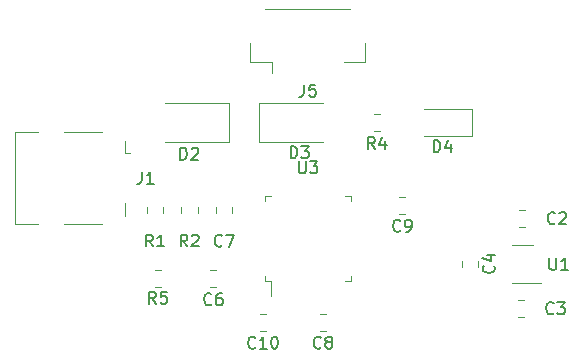
<source format=gbr>
%TF.GenerationSoftware,KiCad,Pcbnew,(6.0.0-rc1-dev-1583-gb0ab53ac2)*%
%TF.CreationDate,2019-01-25T22:49:34+01:00*%
%TF.ProjectId,SliderBar,536c6964-6572-4426-9172-2e6b69636164,rev?*%
%TF.SameCoordinates,Original*%
%TF.FileFunction,Legend,Top*%
%TF.FilePolarity,Positive*%
%FSLAX46Y46*%
G04 Gerber Fmt 4.6, Leading zero omitted, Abs format (unit mm)*
G04 Created by KiCad (PCBNEW (6.0.0-rc1-dev-1583-gb0ab53ac2)) date 25/01/19 22:49:34 PM*
%MOMM*%
%LPD*%
G04 APERTURE LIST*
%ADD10C,0.120000*%
%ADD11C,0.150000*%
G04 APERTURE END LIST*
D10*
X149876252Y-73712000D02*
X149353748Y-73712000D01*
X149876252Y-75132000D02*
X149353748Y-75132000D01*
X167895749Y-61924000D02*
X168418253Y-61924000D01*
X167895749Y-60504000D02*
X168418253Y-60504000D01*
X152983000Y-68841252D02*
X152983000Y-68318748D01*
X151563000Y-68841252D02*
X151563000Y-68318748D01*
X148642000Y-68318748D02*
X148642000Y-68841252D01*
X150062000Y-68318748D02*
X150062000Y-68841252D01*
X158716000Y-51619000D02*
X165896000Y-51619000D01*
X167166000Y-56089000D02*
X165366000Y-56089000D01*
X167166000Y-54489000D02*
X167166000Y-56089000D01*
X159246000Y-56089000D02*
X159246000Y-57029000D01*
X157446000Y-56089000D02*
X159246000Y-56089000D01*
X157446000Y-54489000D02*
X157446000Y-56089000D01*
X158176000Y-59564000D02*
X163576000Y-59564000D01*
X158176000Y-62864000D02*
X163576000Y-62864000D01*
X158176000Y-59564000D02*
X158176000Y-62864000D01*
X155641001Y-62863999D02*
X150241001Y-62863999D01*
X155641001Y-59563999D02*
X150241001Y-59563999D01*
X155641001Y-62863999D02*
X155641001Y-59563999D01*
X158748252Y-77395000D02*
X158225748Y-77395000D01*
X158748252Y-78815000D02*
X158225748Y-78815000D01*
X170036748Y-68909000D02*
X170559252Y-68909000D01*
X170036748Y-67489000D02*
X170559252Y-67489000D01*
X163314748Y-78815000D02*
X163837252Y-78815000D01*
X163314748Y-77395000D02*
X163837252Y-77395000D01*
X154484000Y-68327749D02*
X154484000Y-68850253D01*
X155904000Y-68327749D02*
X155904000Y-68850253D01*
X154566252Y-73712000D02*
X154043748Y-73712000D01*
X154566252Y-75132000D02*
X154043748Y-75132000D01*
X175312000Y-72881747D02*
X175312000Y-73404251D01*
X176732000Y-72881747D02*
X176732000Y-73404251D01*
X180087748Y-77672000D02*
X180610252Y-77672000D01*
X180087748Y-76252000D02*
X180610252Y-76252000D01*
X180719252Y-68632000D02*
X180196748Y-68632000D01*
X180719252Y-70052000D02*
X180196748Y-70052000D01*
X176159500Y-60079000D02*
X172099500Y-60079000D01*
X176159500Y-62349000D02*
X176159500Y-60079000D01*
X172099500Y-62349000D02*
X176159500Y-62349000D01*
X137473000Y-62003000D02*
X139423000Y-62003000D01*
X141643000Y-62003000D02*
X144873000Y-62003000D01*
X146793000Y-62723000D02*
X146793000Y-63803000D01*
X146793000Y-68023000D02*
X146793000Y-69103000D01*
X141643000Y-69823000D02*
X144873000Y-69823000D01*
X137473000Y-69823000D02*
X139423000Y-69823000D01*
X146793000Y-63803000D02*
X147223000Y-63803000D01*
X137473000Y-69823000D02*
X137473000Y-62003000D01*
X179567000Y-74762000D02*
X182017000Y-74762000D01*
X181367000Y-71542000D02*
X179567000Y-71542000D01*
X159146000Y-74603000D02*
X159146000Y-75893000D01*
X158696000Y-74603000D02*
X159146000Y-74603000D01*
X158696000Y-74153000D02*
X158696000Y-74603000D01*
X158696000Y-67383000D02*
X159146000Y-67383000D01*
X158696000Y-67833000D02*
X158696000Y-67383000D01*
X165916000Y-74603000D02*
X165466000Y-74603000D01*
X165916000Y-74153000D02*
X165916000Y-74603000D01*
X165916000Y-67383000D02*
X165466000Y-67383000D01*
X165916000Y-67833000D02*
X165916000Y-67383000D01*
D11*
X149448333Y-76524380D02*
X149115000Y-76048190D01*
X148876904Y-76524380D02*
X148876904Y-75524380D01*
X149257857Y-75524380D01*
X149353095Y-75572000D01*
X149400714Y-75619619D01*
X149448333Y-75714857D01*
X149448333Y-75857714D01*
X149400714Y-75952952D01*
X149353095Y-76000571D01*
X149257857Y-76048190D01*
X148876904Y-76048190D01*
X150353095Y-75524380D02*
X149876904Y-75524380D01*
X149829285Y-76000571D01*
X149876904Y-75952952D01*
X149972142Y-75905333D01*
X150210238Y-75905333D01*
X150305476Y-75952952D01*
X150353095Y-76000571D01*
X150400714Y-76095809D01*
X150400714Y-76333904D01*
X150353095Y-76429142D01*
X150305476Y-76476761D01*
X150210238Y-76524380D01*
X149972142Y-76524380D01*
X149876904Y-76476761D01*
X149829285Y-76429142D01*
X167981333Y-63444380D02*
X167648000Y-62968190D01*
X167409904Y-63444380D02*
X167409904Y-62444380D01*
X167790857Y-62444380D01*
X167886095Y-62492000D01*
X167933714Y-62539619D01*
X167981333Y-62634857D01*
X167981333Y-62777714D01*
X167933714Y-62872952D01*
X167886095Y-62920571D01*
X167790857Y-62968190D01*
X167409904Y-62968190D01*
X168838476Y-62777714D02*
X168838476Y-63444380D01*
X168600380Y-62396761D02*
X168362285Y-63111047D01*
X168981333Y-63111047D01*
X152106333Y-71690379D02*
X151773000Y-71214189D01*
X151534904Y-71690379D02*
X151534904Y-70690379D01*
X151915857Y-70690379D01*
X152011095Y-70737999D01*
X152058714Y-70785618D01*
X152106333Y-70880856D01*
X152106333Y-71023713D01*
X152058714Y-71118951D01*
X152011095Y-71166570D01*
X151915857Y-71214189D01*
X151534904Y-71214189D01*
X152487285Y-70785618D02*
X152534904Y-70737999D01*
X152630142Y-70690379D01*
X152868238Y-70690379D01*
X152963476Y-70737999D01*
X153011095Y-70785618D01*
X153058714Y-70880856D01*
X153058714Y-70976094D01*
X153011095Y-71118951D01*
X152439666Y-71690379D01*
X153058714Y-71690379D01*
X149185333Y-71690380D02*
X148852000Y-71214190D01*
X148613904Y-71690380D02*
X148613904Y-70690380D01*
X148994857Y-70690380D01*
X149090095Y-70738000D01*
X149137714Y-70785619D01*
X149185333Y-70880857D01*
X149185333Y-71023714D01*
X149137714Y-71118952D01*
X149090095Y-71166571D01*
X148994857Y-71214190D01*
X148613904Y-71214190D01*
X150137714Y-71690380D02*
X149566285Y-71690380D01*
X149852000Y-71690380D02*
X149852000Y-70690380D01*
X149756761Y-70833238D01*
X149661523Y-70928476D01*
X149566285Y-70976095D01*
X161972666Y-57999380D02*
X161972666Y-58713666D01*
X161925047Y-58856523D01*
X161829809Y-58951761D01*
X161686952Y-58999380D01*
X161591714Y-58999380D01*
X162925047Y-57999380D02*
X162448857Y-57999380D01*
X162401238Y-58475571D01*
X162448857Y-58427952D01*
X162544095Y-58380333D01*
X162782190Y-58380333D01*
X162877428Y-58427952D01*
X162925047Y-58475571D01*
X162972666Y-58570809D01*
X162972666Y-58808904D01*
X162925047Y-58904142D01*
X162877428Y-58951761D01*
X162782190Y-58999380D01*
X162544095Y-58999380D01*
X162448857Y-58951761D01*
X162401238Y-58904142D01*
X160837904Y-64206379D02*
X160837904Y-63206379D01*
X161076000Y-63206379D01*
X161218857Y-63253999D01*
X161314095Y-63349237D01*
X161361714Y-63444475D01*
X161409333Y-63634951D01*
X161409333Y-63777808D01*
X161361714Y-63968284D01*
X161314095Y-64063522D01*
X161218857Y-64158760D01*
X161076000Y-64206379D01*
X160837904Y-64206379D01*
X161742666Y-63206379D02*
X162361714Y-63206379D01*
X162028380Y-63587332D01*
X162171238Y-63587332D01*
X162266476Y-63634951D01*
X162314095Y-63682570D01*
X162361714Y-63777808D01*
X162361714Y-64015903D01*
X162314095Y-64111141D01*
X162266476Y-64158760D01*
X162171238Y-64206379D01*
X161885523Y-64206379D01*
X161790285Y-64158760D01*
X161742666Y-64111141D01*
X151502905Y-64333380D02*
X151502905Y-63333380D01*
X151741001Y-63333380D01*
X151883858Y-63381000D01*
X151979096Y-63476238D01*
X152026715Y-63571476D01*
X152074334Y-63761952D01*
X152074334Y-63904809D01*
X152026715Y-64095285D01*
X151979096Y-64190523D01*
X151883858Y-64285761D01*
X151741001Y-64333380D01*
X151502905Y-64333380D01*
X152455286Y-63428619D02*
X152502905Y-63381000D01*
X152598143Y-63333380D01*
X152836239Y-63333380D01*
X152931477Y-63381000D01*
X152979096Y-63428619D01*
X153026715Y-63523857D01*
X153026715Y-63619095D01*
X152979096Y-63761952D01*
X152407667Y-64333380D01*
X153026715Y-64333380D01*
X157853142Y-80240142D02*
X157805523Y-80287761D01*
X157662666Y-80335380D01*
X157567428Y-80335380D01*
X157424571Y-80287761D01*
X157329333Y-80192523D01*
X157281714Y-80097285D01*
X157234095Y-79906809D01*
X157234095Y-79763952D01*
X157281714Y-79573476D01*
X157329333Y-79478238D01*
X157424571Y-79383000D01*
X157567428Y-79335380D01*
X157662666Y-79335380D01*
X157805523Y-79383000D01*
X157853142Y-79430619D01*
X158805523Y-80335380D02*
X158234095Y-80335380D01*
X158519809Y-80335380D02*
X158519809Y-79335380D01*
X158424571Y-79478238D01*
X158329333Y-79573476D01*
X158234095Y-79621095D01*
X159424571Y-79335380D02*
X159519809Y-79335380D01*
X159615047Y-79383000D01*
X159662666Y-79430619D01*
X159710285Y-79525857D01*
X159757904Y-79716333D01*
X159757904Y-79954428D01*
X159710285Y-80144904D01*
X159662666Y-80240142D01*
X159615047Y-80287761D01*
X159519809Y-80335380D01*
X159424571Y-80335380D01*
X159329333Y-80287761D01*
X159281714Y-80240142D01*
X159234095Y-80144904D01*
X159186476Y-79954428D01*
X159186476Y-79716333D01*
X159234095Y-79525857D01*
X159281714Y-79430619D01*
X159329333Y-79383000D01*
X159424571Y-79335380D01*
X170140333Y-70334142D02*
X170092714Y-70381761D01*
X169949857Y-70429380D01*
X169854619Y-70429380D01*
X169711761Y-70381761D01*
X169616523Y-70286523D01*
X169568904Y-70191285D01*
X169521285Y-70000809D01*
X169521285Y-69857952D01*
X169568904Y-69667476D01*
X169616523Y-69572238D01*
X169711761Y-69477000D01*
X169854619Y-69429380D01*
X169949857Y-69429380D01*
X170092714Y-69477000D01*
X170140333Y-69524619D01*
X170616523Y-70429380D02*
X170807000Y-70429380D01*
X170902238Y-70381761D01*
X170949857Y-70334142D01*
X171045095Y-70191285D01*
X171092714Y-70000809D01*
X171092714Y-69619857D01*
X171045095Y-69524619D01*
X170997476Y-69477000D01*
X170902238Y-69429380D01*
X170711761Y-69429380D01*
X170616523Y-69477000D01*
X170568904Y-69524619D01*
X170521285Y-69619857D01*
X170521285Y-69857952D01*
X170568904Y-69953190D01*
X170616523Y-70000809D01*
X170711761Y-70048428D01*
X170902238Y-70048428D01*
X170997476Y-70000809D01*
X171045095Y-69953190D01*
X171092714Y-69857952D01*
X163409333Y-80240142D02*
X163361714Y-80287761D01*
X163218857Y-80335380D01*
X163123619Y-80335380D01*
X162980761Y-80287761D01*
X162885523Y-80192523D01*
X162837904Y-80097285D01*
X162790285Y-79906809D01*
X162790285Y-79763952D01*
X162837904Y-79573476D01*
X162885523Y-79478238D01*
X162980761Y-79383000D01*
X163123619Y-79335380D01*
X163218857Y-79335380D01*
X163361714Y-79383000D01*
X163409333Y-79430619D01*
X163980761Y-79763952D02*
X163885523Y-79716333D01*
X163837904Y-79668714D01*
X163790285Y-79573476D01*
X163790285Y-79525857D01*
X163837904Y-79430619D01*
X163885523Y-79383000D01*
X163980761Y-79335380D01*
X164171238Y-79335380D01*
X164266476Y-79383000D01*
X164314095Y-79430619D01*
X164361714Y-79525857D01*
X164361714Y-79573476D01*
X164314095Y-79668714D01*
X164266476Y-79716333D01*
X164171238Y-79763952D01*
X163980761Y-79763952D01*
X163885523Y-79811571D01*
X163837904Y-79859190D01*
X163790285Y-79954428D01*
X163790285Y-80144904D01*
X163837904Y-80240142D01*
X163885523Y-80287761D01*
X163980761Y-80335380D01*
X164171238Y-80335380D01*
X164266476Y-80287761D01*
X164314095Y-80240142D01*
X164361714Y-80144904D01*
X164361714Y-79954428D01*
X164314095Y-79859190D01*
X164266476Y-79811571D01*
X164171238Y-79763952D01*
X155027333Y-71604142D02*
X154979714Y-71651761D01*
X154836857Y-71699380D01*
X154741619Y-71699380D01*
X154598761Y-71651761D01*
X154503523Y-71556523D01*
X154455904Y-71461285D01*
X154408285Y-71270809D01*
X154408285Y-71127952D01*
X154455904Y-70937476D01*
X154503523Y-70842238D01*
X154598761Y-70747000D01*
X154741619Y-70699380D01*
X154836857Y-70699380D01*
X154979714Y-70747000D01*
X155027333Y-70794619D01*
X155360666Y-70699380D02*
X156027333Y-70699380D01*
X155598761Y-71699380D01*
X154138333Y-76557142D02*
X154090714Y-76604761D01*
X153947857Y-76652380D01*
X153852619Y-76652380D01*
X153709761Y-76604761D01*
X153614523Y-76509523D01*
X153566904Y-76414285D01*
X153519285Y-76223809D01*
X153519285Y-76080952D01*
X153566904Y-75890476D01*
X153614523Y-75795238D01*
X153709761Y-75700000D01*
X153852619Y-75652380D01*
X153947857Y-75652380D01*
X154090714Y-75700000D01*
X154138333Y-75747619D01*
X154995476Y-75652380D02*
X154805000Y-75652380D01*
X154709761Y-75700000D01*
X154662142Y-75747619D01*
X154566904Y-75890476D01*
X154519285Y-76080952D01*
X154519285Y-76461904D01*
X154566904Y-76557142D01*
X154614523Y-76604761D01*
X154709761Y-76652380D01*
X154900238Y-76652380D01*
X154995476Y-76604761D01*
X155043095Y-76557142D01*
X155090714Y-76461904D01*
X155090714Y-76223809D01*
X155043095Y-76128571D01*
X154995476Y-76080952D01*
X154900238Y-76033333D01*
X154709761Y-76033333D01*
X154614523Y-76080952D01*
X154566904Y-76128571D01*
X154519285Y-76223809D01*
X178029142Y-73309665D02*
X178076761Y-73357284D01*
X178124380Y-73500141D01*
X178124380Y-73595379D01*
X178076761Y-73738237D01*
X177981523Y-73833475D01*
X177886285Y-73881094D01*
X177695809Y-73928713D01*
X177552952Y-73928713D01*
X177362476Y-73881094D01*
X177267238Y-73833475D01*
X177172000Y-73738237D01*
X177124380Y-73595379D01*
X177124380Y-73500141D01*
X177172000Y-73357284D01*
X177219619Y-73309665D01*
X177457714Y-72452522D02*
X178124380Y-72452522D01*
X177076761Y-72690618D02*
X177791047Y-72928713D01*
X177791047Y-72309665D01*
X183103333Y-77319142D02*
X183055714Y-77366761D01*
X182912857Y-77414380D01*
X182817619Y-77414380D01*
X182674761Y-77366761D01*
X182579523Y-77271523D01*
X182531904Y-77176285D01*
X182484285Y-76985809D01*
X182484285Y-76842952D01*
X182531904Y-76652476D01*
X182579523Y-76557238D01*
X182674761Y-76462000D01*
X182817619Y-76414380D01*
X182912857Y-76414380D01*
X183055714Y-76462000D01*
X183103333Y-76509619D01*
X183436666Y-76414380D02*
X184055714Y-76414380D01*
X183722380Y-76795333D01*
X183865238Y-76795333D01*
X183960476Y-76842952D01*
X184008095Y-76890571D01*
X184055714Y-76985809D01*
X184055714Y-77223904D01*
X184008095Y-77319142D01*
X183960476Y-77366761D01*
X183865238Y-77414380D01*
X183579523Y-77414380D01*
X183484285Y-77366761D01*
X183436666Y-77319142D01*
X183221333Y-69699142D02*
X183173714Y-69746761D01*
X183030857Y-69794380D01*
X182935619Y-69794380D01*
X182792761Y-69746761D01*
X182697523Y-69651523D01*
X182649904Y-69556285D01*
X182602285Y-69365809D01*
X182602285Y-69222952D01*
X182649904Y-69032476D01*
X182697523Y-68937238D01*
X182792761Y-68842000D01*
X182935619Y-68794380D01*
X183030857Y-68794380D01*
X183173714Y-68842000D01*
X183221333Y-68889619D01*
X183602285Y-68889619D02*
X183649904Y-68842000D01*
X183745142Y-68794380D01*
X183983238Y-68794380D01*
X184078476Y-68842000D01*
X184126095Y-68889619D01*
X184173714Y-68984857D01*
X184173714Y-69080095D01*
X184126095Y-69222952D01*
X183554666Y-69794380D01*
X184173714Y-69794380D01*
X172961404Y-63698380D02*
X172961404Y-62698380D01*
X173199500Y-62698380D01*
X173342357Y-62746000D01*
X173437595Y-62841238D01*
X173485214Y-62936476D01*
X173532833Y-63126952D01*
X173532833Y-63269809D01*
X173485214Y-63460285D01*
X173437595Y-63555523D01*
X173342357Y-63650761D01*
X173199500Y-63698380D01*
X172961404Y-63698380D01*
X174389976Y-63031714D02*
X174389976Y-63698380D01*
X174151880Y-62650761D02*
X173913785Y-63365047D01*
X174532833Y-63365047D01*
X148256666Y-65365380D02*
X148256666Y-66079666D01*
X148209047Y-66222523D01*
X148113809Y-66317761D01*
X147970952Y-66365380D01*
X147875714Y-66365380D01*
X149256666Y-66365380D02*
X148685238Y-66365380D01*
X148970952Y-66365380D02*
X148970952Y-65365380D01*
X148875714Y-65508238D01*
X148780476Y-65603476D01*
X148685238Y-65651095D01*
X182753095Y-72670380D02*
X182753095Y-73479904D01*
X182800714Y-73575142D01*
X182848333Y-73622761D01*
X182943571Y-73670380D01*
X183134047Y-73670380D01*
X183229285Y-73622761D01*
X183276904Y-73575142D01*
X183324523Y-73479904D01*
X183324523Y-72670380D01*
X184324523Y-73670380D02*
X183753095Y-73670380D01*
X184038809Y-73670380D02*
X184038809Y-72670380D01*
X183943571Y-72813238D01*
X183848333Y-72908476D01*
X183753095Y-72956095D01*
X161544095Y-64476380D02*
X161544095Y-65285904D01*
X161591714Y-65381142D01*
X161639333Y-65428761D01*
X161734571Y-65476380D01*
X161925047Y-65476380D01*
X162020285Y-65428761D01*
X162067904Y-65381142D01*
X162115523Y-65285904D01*
X162115523Y-64476380D01*
X162496476Y-64476380D02*
X163115523Y-64476380D01*
X162782190Y-64857333D01*
X162925047Y-64857333D01*
X163020285Y-64904952D01*
X163067904Y-64952571D01*
X163115523Y-65047809D01*
X163115523Y-65285904D01*
X163067904Y-65381142D01*
X163020285Y-65428761D01*
X162925047Y-65476380D01*
X162639333Y-65476380D01*
X162544095Y-65428761D01*
X162496476Y-65381142D01*
M02*

</source>
